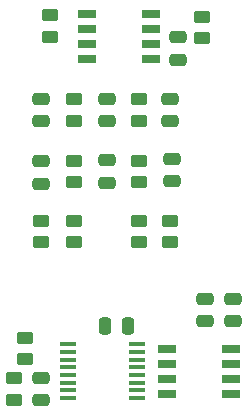
<source format=gtp>
%TF.GenerationSoftware,KiCad,Pcbnew,8.0.4*%
%TF.CreationDate,2024-08-20T21:33:43+02:00*%
%TF.ProjectId,Audio DAC,41756469-6f20-4444-9143-2e6b69636164,V0*%
%TF.SameCoordinates,PX6d01460PY32de760*%
%TF.FileFunction,Paste,Top*%
%TF.FilePolarity,Positive*%
%FSLAX46Y46*%
G04 Gerber Fmt 4.6, Leading zero omitted, Abs format (unit mm)*
G04 Created by KiCad (PCBNEW 8.0.4) date 2024-08-20 21:33:43*
%MOMM*%
%LPD*%
G01*
G04 APERTURE LIST*
G04 Aperture macros list*
%AMRoundRect*
0 Rectangle with rounded corners*
0 $1 Rounding radius*
0 $2 $3 $4 $5 $6 $7 $8 $9 X,Y pos of 4 corners*
0 Add a 4 corners polygon primitive as box body*
4,1,4,$2,$3,$4,$5,$6,$7,$8,$9,$2,$3,0*
0 Add four circle primitives for the rounded corners*
1,1,$1+$1,$2,$3*
1,1,$1+$1,$4,$5*
1,1,$1+$1,$6,$7*
1,1,$1+$1,$8,$9*
0 Add four rect primitives between the rounded corners*
20,1,$1+$1,$2,$3,$4,$5,0*
20,1,$1+$1,$4,$5,$6,$7,0*
20,1,$1+$1,$6,$7,$8,$9,0*
20,1,$1+$1,$8,$9,$2,$3,0*%
G04 Aperture macros list end*
%ADD10RoundRect,0.250000X0.475000X-0.250000X0.475000X0.250000X-0.475000X0.250000X-0.475000X-0.250000X0*%
%ADD11RoundRect,0.250000X0.450000X-0.262500X0.450000X0.262500X-0.450000X0.262500X-0.450000X-0.262500X0*%
%ADD12R,1.550000X0.650000*%
%ADD13R,1.450000X0.450000*%
%ADD14RoundRect,0.250000X-0.475000X0.250000X-0.475000X-0.250000X0.475000X-0.250000X0.475000X0.250000X0*%
%ADD15RoundRect,0.250000X-0.450000X0.262500X-0.450000X-0.262500X0.450000X-0.262500X0.450000X0.262500X0*%
%ADD16RoundRect,0.250000X-0.250000X-0.475000X0.250000X-0.475000X0.250000X0.475000X-0.250000X0.475000X0*%
G04 APERTURE END LIST*
D10*
%TO.C,C3*%
X16002000Y-10845000D03*
X16002000Y-12745000D03*
%TD*%
D11*
%TO.C,R3*%
X7229000Y-28217500D03*
X7229000Y-26392500D03*
%TD*%
D10*
%TO.C,C15*%
X10033000Y-17952000D03*
X10033000Y-16052000D03*
%TD*%
%TO.C,C6*%
X4445000Y-41574000D03*
X4445000Y-39674000D03*
%TD*%
D12*
%TO.C,IC1*%
X15055000Y-37211000D03*
X15055000Y-38481000D03*
X15055000Y-39751000D03*
X15055000Y-41021000D03*
X20505000Y-41021000D03*
X20505000Y-39751000D03*
X20505000Y-38481000D03*
X20505000Y-37211000D03*
%TD*%
D11*
%TO.C,R6*%
X18024000Y-10945500D03*
X18024000Y-9120500D03*
%TD*%
%TO.C,R10*%
X12690000Y-23137500D03*
X12690000Y-21312500D03*
%TD*%
%TO.C,R11*%
X12690000Y-17930500D03*
X12690000Y-16105500D03*
%TD*%
D10*
%TO.C,C7*%
X4435000Y-23236000D03*
X4435000Y-21336000D03*
%TD*%
D13*
%TO.C,IC6*%
X6727000Y-36841000D03*
X6727000Y-37491000D03*
X6727000Y-38141000D03*
X6727000Y-38791000D03*
X6727000Y-39441000D03*
X6727000Y-40091000D03*
X6727000Y-40741000D03*
X6727000Y-41391000D03*
X12577000Y-41391000D03*
X12577000Y-40741000D03*
X12577000Y-40091000D03*
X12577000Y-39441000D03*
X12577000Y-38791000D03*
X12577000Y-38141000D03*
X12577000Y-37491000D03*
X12577000Y-36841000D03*
%TD*%
D11*
%TO.C,R4*%
X7229000Y-23137500D03*
X7229000Y-21312500D03*
%TD*%
D10*
%TO.C,C16*%
X15367000Y-17952000D03*
X15367000Y-16052000D03*
%TD*%
D11*
%TO.C,R8*%
X5197000Y-10818500D03*
X5197000Y-8993500D03*
%TD*%
%TO.C,R2*%
X2149000Y-39727500D03*
X2149000Y-41552500D03*
%TD*%
D10*
%TO.C,C11*%
X4445000Y-17952000D03*
X4445000Y-16052000D03*
%TD*%
D14*
%TO.C,C1*%
X18288000Y-32975000D03*
X18288000Y-34875000D03*
%TD*%
%TO.C,C2*%
X20701000Y-32975000D03*
X20701000Y-34875000D03*
%TD*%
D11*
%TO.C,R5*%
X7229000Y-17930500D03*
X7229000Y-16105500D03*
%TD*%
D15*
%TO.C,R1*%
X3058000Y-36298500D03*
X3058000Y-38123500D03*
%TD*%
D10*
%TO.C,C10*%
X10033000Y-23159000D03*
X10033000Y-21259000D03*
%TD*%
%TO.C,C14*%
X15494000Y-23032000D03*
X15494000Y-21132000D03*
%TD*%
D15*
%TO.C,R7*%
X4455000Y-26392500D03*
X4455000Y-28217500D03*
%TD*%
D11*
%TO.C,R9*%
X12690000Y-28217500D03*
X12690000Y-26392500D03*
%TD*%
D16*
%TO.C,C13*%
X9861000Y-35306000D03*
X11761000Y-35306000D03*
%TD*%
D15*
%TO.C,R12*%
X15377000Y-26392500D03*
X15377000Y-28217500D03*
%TD*%
D12*
%TO.C,IC7*%
X8324000Y-12700000D03*
X8324000Y-11430000D03*
X8324000Y-10160000D03*
X8324000Y-8890000D03*
X13774000Y-8890000D03*
X13774000Y-10160000D03*
X13774000Y-11430000D03*
X13774000Y-12700000D03*
%TD*%
M02*

</source>
